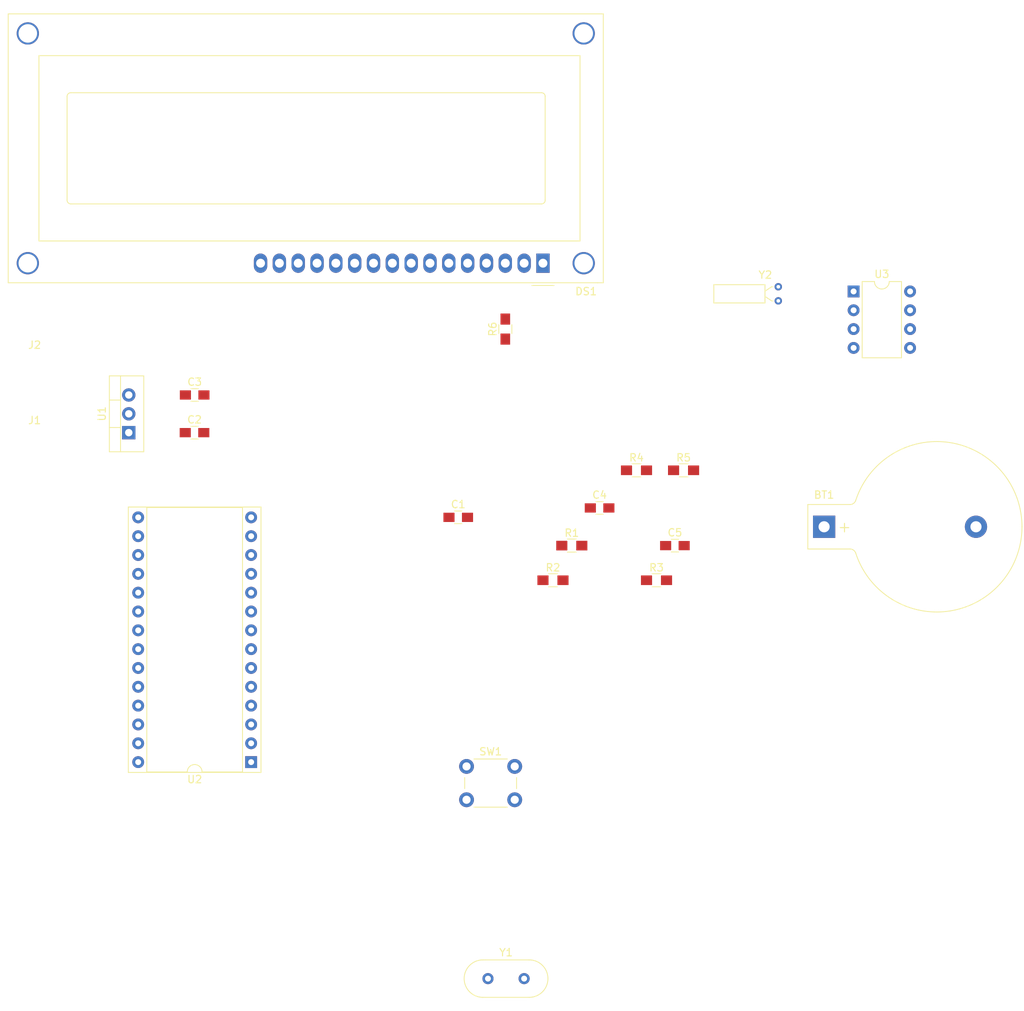
<source format=kicad_pcb>
(kicad_pcb (version 4) (host pcbnew 4.0.7)

  (general
    (links 51)
    (no_connects 51)
    (area 66.372381 26.595 225.125074 163.35)
    (thickness 1.6)
    (drawings 0)
    (tracks 0)
    (zones 0)
    (modules 21)
    (nets 39)
  )

  (page A4)
  (layers
    (0 F.Cu signal)
    (31 B.Cu signal)
    (32 B.Adhes user)
    (33 F.Adhes user)
    (34 B.Paste user)
    (35 F.Paste user)
    (36 B.SilkS user)
    (37 F.SilkS user)
    (38 B.Mask user)
    (39 F.Mask user)
    (40 Dwgs.User user)
    (41 Cmts.User user)
    (42 Eco1.User user)
    (43 Eco2.User user)
    (44 Edge.Cuts user)
    (45 Margin user)
    (46 B.CrtYd user)
    (47 F.CrtYd user)
    (48 B.Fab user)
    (49 F.Fab user)
  )

  (setup
    (last_trace_width 0.25)
    (trace_clearance 0.2)
    (zone_clearance 0.508)
    (zone_45_only no)
    (trace_min 0.2)
    (segment_width 0.2)
    (edge_width 0.15)
    (via_size 0.6)
    (via_drill 0.4)
    (via_min_size 0.4)
    (via_min_drill 0.3)
    (uvia_size 0.3)
    (uvia_drill 0.1)
    (uvias_allowed no)
    (uvia_min_size 0.2)
    (uvia_min_drill 0.1)
    (pcb_text_width 0.3)
    (pcb_text_size 1.5 1.5)
    (mod_edge_width 0.15)
    (mod_text_size 1 1)
    (mod_text_width 0.15)
    (pad_size 1.524 1.524)
    (pad_drill 0.762)
    (pad_to_mask_clearance 0.2)
    (aux_axis_origin 0 0)
    (visible_elements 7FFFFFFF)
    (pcbplotparams
      (layerselection 0x00030_80000001)
      (usegerberextensions false)
      (excludeedgelayer true)
      (linewidth 0.100000)
      (plotframeref false)
      (viasonmask false)
      (mode 1)
      (useauxorigin false)
      (hpglpennumber 1)
      (hpglpenspeed 20)
      (hpglpendiameter 15)
      (hpglpenoverlay 2)
      (psnegative false)
      (psa4output false)
      (plotreference true)
      (plotvalue true)
      (plotinvisibletext false)
      (padsonsilk false)
      (subtractmaskfromsilk false)
      (outputformat 1)
      (mirror false)
      (drillshape 1)
      (scaleselection 1)
      (outputdirectory ""))
  )

  (net 0 "")
  (net 1 GND)
  (net 2 +3V)
  (net 3 RESET)
  (net 4 +9V)
  (net 5 VCC)
  (net 6 "Net-(C4-Pad2)")
  (net 7 "Net-(C5-Pad2)")
  (net 8 "Net-(DS1-Pad3)")
  (net 9 "Net-(DS1-Pad4)")
  (net 10 "Net-(DS1-Pad6)")
  (net 11 "Net-(DS1-Pad7)")
  (net 12 "Net-(DS1-Pad8)")
  (net 13 "Net-(DS1-Pad9)")
  (net 14 "Net-(DS1-Pad10)")
  (net 15 "Net-(DS1-Pad11)")
  (net 16 "Net-(DS1-Pad12)")
  (net 17 "Net-(DS1-Pad13)")
  (net 18 "Net-(DS1-Pad14)")
  (net 19 "Net-(DS1-Pad15)")
  (net 20 "Net-(R2-Pad2)")
  (net 21 "Net-(R3-Pad2)")
  (net 22 "Net-(R5-Pad2)")
  (net 23 "Net-(U2-Pad15)")
  (net 24 "Net-(U2-Pad2)")
  (net 25 "Net-(U2-Pad16)")
  (net 26 "Net-(U2-Pad3)")
  (net 27 "Net-(U2-Pad17)")
  (net 28 "Net-(U2-Pad4)")
  (net 29 "Net-(U2-Pad18)")
  (net 30 "Net-(U2-Pad5)")
  (net 31 "Net-(U2-Pad19)")
  (net 32 "Net-(U2-Pad20)")
  (net 33 "Net-(U2-Pad21)")
  (net 34 "Net-(U2-Pad23)")
  (net 35 "Net-(U2-Pad24)")
  (net 36 "Net-(U2-Pad14)")
  (net 37 "Net-(U3-Pad1)")
  (net 38 "Net-(U3-Pad2)")

  (net_class Default "This is the default net class."
    (clearance 0.2)
    (trace_width 0.25)
    (via_dia 0.6)
    (via_drill 0.4)
    (uvia_dia 0.3)
    (uvia_drill 0.1)
    (add_net +3V)
    (add_net +9V)
    (add_net GND)
    (add_net "Net-(C4-Pad2)")
    (add_net "Net-(C5-Pad2)")
    (add_net "Net-(DS1-Pad10)")
    (add_net "Net-(DS1-Pad11)")
    (add_net "Net-(DS1-Pad12)")
    (add_net "Net-(DS1-Pad13)")
    (add_net "Net-(DS1-Pad14)")
    (add_net "Net-(DS1-Pad15)")
    (add_net "Net-(DS1-Pad3)")
    (add_net "Net-(DS1-Pad4)")
    (add_net "Net-(DS1-Pad6)")
    (add_net "Net-(DS1-Pad7)")
    (add_net "Net-(DS1-Pad8)")
    (add_net "Net-(DS1-Pad9)")
    (add_net "Net-(R2-Pad2)")
    (add_net "Net-(R3-Pad2)")
    (add_net "Net-(R5-Pad2)")
    (add_net "Net-(U2-Pad14)")
    (add_net "Net-(U2-Pad15)")
    (add_net "Net-(U2-Pad16)")
    (add_net "Net-(U2-Pad17)")
    (add_net "Net-(U2-Pad18)")
    (add_net "Net-(U2-Pad19)")
    (add_net "Net-(U2-Pad2)")
    (add_net "Net-(U2-Pad20)")
    (add_net "Net-(U2-Pad21)")
    (add_net "Net-(U2-Pad23)")
    (add_net "Net-(U2-Pad24)")
    (add_net "Net-(U2-Pad3)")
    (add_net "Net-(U2-Pad4)")
    (add_net "Net-(U2-Pad5)")
    (add_net "Net-(U3-Pad1)")
    (add_net "Net-(U3-Pad2)")
    (add_net RESET)
    (add_net VCC)
  )

  (module Battery_Holders:Keystone_103_1x20mm-CoinCell (layer F.Cu) (tedit 5787C32C) (tstamp 5AEEC212)
    (at 177.63 97.79)
    (descr http://www.keyelco.com/product-pdf.cfm?p=719)
    (tags "Keystone type 103 battery holder")
    (path /5AC22C95)
    (fp_text reference BT1 (at 0 -4.3) (layer F.SilkS)
      (effects (font (size 1 1) (thickness 0.15)))
    )
    (fp_text value Battery_Cell (at 15 13) (layer F.Fab)
      (effects (font (size 1 1) (thickness 0.15)))
    )
    (fp_text user + (at 2.75 0) (layer F.SilkS)
      (effects (font (size 1.5 1.5) (thickness 0.15)))
    )
    (fp_arc (start 15.2 0) (end 4.015 3.6) (angle -162.5) (layer F.CrtYd) (width 0.05))
    (fp_arc (start 15.2 0) (end 4.015 -3.6) (angle 162.5) (layer F.CrtYd) (width 0.05))
    (fp_arc (start 3.5 3.8) (end 3.5 3.25) (angle 70) (layer F.CrtYd) (width 0.05))
    (fp_arc (start 3.5 -3.8) (end 3.5 -3.25) (angle -70) (layer F.CrtYd) (width 0.05))
    (fp_arc (start 15.2 0) (end 4.25 3.5) (angle -162.5) (layer F.SilkS) (width 0.12))
    (fp_arc (start 3.5 3.8) (end 3.5 3) (angle 70) (layer F.SilkS) (width 0.12))
    (fp_arc (start 15.2 0) (end 4.25 -3.5) (angle 162.5) (layer F.SilkS) (width 0.12))
    (fp_arc (start 3.5 -3.8) (end 3.5 -3) (angle -70) (layer F.SilkS) (width 0.12))
    (fp_arc (start 3.5 3.8) (end 3.5 2.9) (angle 70) (layer F.Fab) (width 0.1))
    (fp_arc (start 15.2 0) (end 4.35 3.5) (angle -162.5) (layer F.Fab) (width 0.1))
    (fp_arc (start 15.2 0) (end 4.35 -3.5) (angle 162.5) (layer F.Fab) (width 0.1))
    (fp_arc (start 15.2 0) (end 5.2 1.3) (angle -180) (layer F.Fab) (width 0.1))
    (fp_line (start -2.45 -3.25) (end 3.5 -3.25) (layer F.CrtYd) (width 0.05))
    (fp_line (start -2.45 3.25) (end 3.5 3.25) (layer F.CrtYd) (width 0.05))
    (fp_line (start -2.45 3.25) (end -2.45 -3.25) (layer F.CrtYd) (width 0.05))
    (fp_line (start -2.2 -3) (end 3.5 -3) (layer F.SilkS) (width 0.12))
    (fp_line (start -2.2 3) (end -2.2 -3) (layer F.SilkS) (width 0.12))
    (fp_line (start -2.2 3) (end 3.5 3) (layer F.SilkS) (width 0.12))
    (fp_arc (start 15.2 0) (end 9 1.3) (angle -170) (layer F.Fab) (width 0.1))
    (fp_arc (start 15.2 0) (end 13.3 1.3) (angle -150) (layer F.Fab) (width 0.1))
    (fp_line (start 23.5712 7.7216) (end 22.6568 6.8834) (layer F.Fab) (width 0.1))
    (fp_line (start 23.5712 -7.7216) (end 22.6314 -6.858) (layer F.Fab) (width 0.1))
    (fp_arc (start 15.2 0) (end 13.3 -1.3) (angle 150) (layer F.Fab) (width 0.1))
    (fp_arc (start 15.2 0) (end 9 -1.3) (angle 170) (layer F.Fab) (width 0.1))
    (fp_arc (start 15.2 0) (end 5.2 -1.3) (angle 180) (layer F.Fab) (width 0.1))
    (fp_line (start 3.5306 -2.9) (end -1.7 -2.9) (layer F.Fab) (width 0.1))
    (fp_line (start -1.7 2.9) (end 3.5306 2.9) (layer F.Fab) (width 0.1))
    (fp_line (start -2.1 -2.5) (end -2.1 2.5) (layer F.Fab) (width 0.1))
    (fp_line (start 0 1.3) (end 16.2 1.3) (layer F.Fab) (width 0.1))
    (fp_line (start 16.2 -1.3) (end 0 -1.3) (layer F.Fab) (width 0.1))
    (fp_arc (start 3.5 -3.8) (end 3.5 -2.9) (angle -70) (layer F.Fab) (width 0.1))
    (fp_arc (start 16.2 0) (end 16.2 -1.3) (angle 180) (layer F.Fab) (width 0.1))
    (fp_line (start 0 -1.3) (end 0 1.3) (layer F.Fab) (width 0.1))
    (fp_arc (start -1.7 2.5) (end -2.1 2.5) (angle -90) (layer F.Fab) (width 0.1))
    (fp_arc (start -1.7 -2.5) (end -2.1 -2.5) (angle 90) (layer F.Fab) (width 0.1))
    (pad 2 thru_hole circle (at 20.49 0) (size 3 3) (drill 1.5) (layers *.Cu *.Mask)
      (net 1 GND))
    (pad 1 thru_hole rect (at 0 0) (size 3 3) (drill 1.5) (layers *.Cu *.Mask)
      (net 2 +3V))
    (model Battery_Holders.3dshapes/Keystone_103_1x20mm-CoinCell.wrl
      (at (xyz 0.6 0 0))
      (scale (xyz 1 1 1))
      (rotate (xyz 0 0 180))
    )
  )

  (module Capacitors_SMD:C_0805_HandSoldering (layer F.Cu) (tedit 58AA84A8) (tstamp 5AEEC223)
    (at 128.27 96.52)
    (descr "Capacitor SMD 0805, hand soldering")
    (tags "capacitor 0805")
    (path /5A9D7A4A)
    (attr smd)
    (fp_text reference C1 (at 0 -1.75) (layer F.SilkS)
      (effects (font (size 1 1) (thickness 0.15)))
    )
    (fp_text value 100nF (at 0 1.75) (layer F.Fab)
      (effects (font (size 1 1) (thickness 0.15)))
    )
    (fp_text user %R (at 0 -1.75) (layer F.Fab)
      (effects (font (size 1 1) (thickness 0.15)))
    )
    (fp_line (start -1 0.62) (end -1 -0.62) (layer F.Fab) (width 0.1))
    (fp_line (start 1 0.62) (end -1 0.62) (layer F.Fab) (width 0.1))
    (fp_line (start 1 -0.62) (end 1 0.62) (layer F.Fab) (width 0.1))
    (fp_line (start -1 -0.62) (end 1 -0.62) (layer F.Fab) (width 0.1))
    (fp_line (start 0.5 -0.85) (end -0.5 -0.85) (layer F.SilkS) (width 0.12))
    (fp_line (start -0.5 0.85) (end 0.5 0.85) (layer F.SilkS) (width 0.12))
    (fp_line (start -2.25 -0.88) (end 2.25 -0.88) (layer F.CrtYd) (width 0.05))
    (fp_line (start -2.25 -0.88) (end -2.25 0.87) (layer F.CrtYd) (width 0.05))
    (fp_line (start 2.25 0.87) (end 2.25 -0.88) (layer F.CrtYd) (width 0.05))
    (fp_line (start 2.25 0.87) (end -2.25 0.87) (layer F.CrtYd) (width 0.05))
    (pad 1 smd rect (at -1.25 0) (size 1.5 1.25) (layers F.Cu F.Paste F.Mask)
      (net 3 RESET))
    (pad 2 smd rect (at 1.25 0) (size 1.5 1.25) (layers F.Cu F.Paste F.Mask)
      (net 1 GND))
    (model Capacitors_SMD.3dshapes/C_0805.wrl
      (at (xyz 0 0 0))
      (scale (xyz 1 1 1))
      (rotate (xyz 0 0 0))
    )
  )

  (module Capacitors_SMD:C_0805_HandSoldering (layer F.Cu) (tedit 58AA84A8) (tstamp 5AEEC234)
    (at 92.69 85.09)
    (descr "Capacitor SMD 0805, hand soldering")
    (tags "capacitor 0805")
    (path /5A9D747D)
    (attr smd)
    (fp_text reference C2 (at 0 -1.75) (layer F.SilkS)
      (effects (font (size 1 1) (thickness 0.15)))
    )
    (fp_text value 100nF (at 0 1.75) (layer F.Fab)
      (effects (font (size 1 1) (thickness 0.15)))
    )
    (fp_text user %R (at 0 -1.75) (layer F.Fab)
      (effects (font (size 1 1) (thickness 0.15)))
    )
    (fp_line (start -1 0.62) (end -1 -0.62) (layer F.Fab) (width 0.1))
    (fp_line (start 1 0.62) (end -1 0.62) (layer F.Fab) (width 0.1))
    (fp_line (start 1 -0.62) (end 1 0.62) (layer F.Fab) (width 0.1))
    (fp_line (start -1 -0.62) (end 1 -0.62) (layer F.Fab) (width 0.1))
    (fp_line (start 0.5 -0.85) (end -0.5 -0.85) (layer F.SilkS) (width 0.12))
    (fp_line (start -0.5 0.85) (end 0.5 0.85) (layer F.SilkS) (width 0.12))
    (fp_line (start -2.25 -0.88) (end 2.25 -0.88) (layer F.CrtYd) (width 0.05))
    (fp_line (start -2.25 -0.88) (end -2.25 0.87) (layer F.CrtYd) (width 0.05))
    (fp_line (start 2.25 0.87) (end 2.25 -0.88) (layer F.CrtYd) (width 0.05))
    (fp_line (start 2.25 0.87) (end -2.25 0.87) (layer F.CrtYd) (width 0.05))
    (pad 1 smd rect (at -1.25 0) (size 1.5 1.25) (layers F.Cu F.Paste F.Mask)
      (net 4 +9V))
    (pad 2 smd rect (at 1.25 0) (size 1.5 1.25) (layers F.Cu F.Paste F.Mask)
      (net 1 GND))
    (model Capacitors_SMD.3dshapes/C_0805.wrl
      (at (xyz 0 0 0))
      (scale (xyz 1 1 1))
      (rotate (xyz 0 0 0))
    )
  )

  (module Capacitors_SMD:C_0805_HandSoldering (layer F.Cu) (tedit 58AA84A8) (tstamp 5AEEC245)
    (at 92.71 80.01)
    (descr "Capacitor SMD 0805, hand soldering")
    (tags "capacitor 0805")
    (path /5A9D74E5)
    (attr smd)
    (fp_text reference C3 (at 0 -1.75) (layer F.SilkS)
      (effects (font (size 1 1) (thickness 0.15)))
    )
    (fp_text value 100nF (at 0 1.75) (layer F.Fab)
      (effects (font (size 1 1) (thickness 0.15)))
    )
    (fp_text user %R (at 0 -1.75) (layer F.Fab)
      (effects (font (size 1 1) (thickness 0.15)))
    )
    (fp_line (start -1 0.62) (end -1 -0.62) (layer F.Fab) (width 0.1))
    (fp_line (start 1 0.62) (end -1 0.62) (layer F.Fab) (width 0.1))
    (fp_line (start 1 -0.62) (end 1 0.62) (layer F.Fab) (width 0.1))
    (fp_line (start -1 -0.62) (end 1 -0.62) (layer F.Fab) (width 0.1))
    (fp_line (start 0.5 -0.85) (end -0.5 -0.85) (layer F.SilkS) (width 0.12))
    (fp_line (start -0.5 0.85) (end 0.5 0.85) (layer F.SilkS) (width 0.12))
    (fp_line (start -2.25 -0.88) (end 2.25 -0.88) (layer F.CrtYd) (width 0.05))
    (fp_line (start -2.25 -0.88) (end -2.25 0.87) (layer F.CrtYd) (width 0.05))
    (fp_line (start 2.25 0.87) (end 2.25 -0.88) (layer F.CrtYd) (width 0.05))
    (fp_line (start 2.25 0.87) (end -2.25 0.87) (layer F.CrtYd) (width 0.05))
    (pad 1 smd rect (at -1.25 0) (size 1.5 1.25) (layers F.Cu F.Paste F.Mask)
      (net 5 VCC))
    (pad 2 smd rect (at 1.25 0) (size 1.5 1.25) (layers F.Cu F.Paste F.Mask)
      (net 1 GND))
    (model Capacitors_SMD.3dshapes/C_0805.wrl
      (at (xyz 0 0 0))
      (scale (xyz 1 1 1))
      (rotate (xyz 0 0 0))
    )
  )

  (module Capacitors_SMD:C_0805_HandSoldering (layer F.Cu) (tedit 58AA84A8) (tstamp 5AEEC256)
    (at 147.34 95.25)
    (descr "Capacitor SMD 0805, hand soldering")
    (tags "capacitor 0805")
    (path /5A9D5A17)
    (attr smd)
    (fp_text reference C4 (at 0 -1.75) (layer F.SilkS)
      (effects (font (size 1 1) (thickness 0.15)))
    )
    (fp_text value 22pF (at 0 1.75) (layer F.Fab)
      (effects (font (size 1 1) (thickness 0.15)))
    )
    (fp_text user %R (at 0 -1.75) (layer F.Fab)
      (effects (font (size 1 1) (thickness 0.15)))
    )
    (fp_line (start -1 0.62) (end -1 -0.62) (layer F.Fab) (width 0.1))
    (fp_line (start 1 0.62) (end -1 0.62) (layer F.Fab) (width 0.1))
    (fp_line (start 1 -0.62) (end 1 0.62) (layer F.Fab) (width 0.1))
    (fp_line (start -1 -0.62) (end 1 -0.62) (layer F.Fab) (width 0.1))
    (fp_line (start 0.5 -0.85) (end -0.5 -0.85) (layer F.SilkS) (width 0.12))
    (fp_line (start -0.5 0.85) (end 0.5 0.85) (layer F.SilkS) (width 0.12))
    (fp_line (start -2.25 -0.88) (end 2.25 -0.88) (layer F.CrtYd) (width 0.05))
    (fp_line (start -2.25 -0.88) (end -2.25 0.87) (layer F.CrtYd) (width 0.05))
    (fp_line (start 2.25 0.87) (end 2.25 -0.88) (layer F.CrtYd) (width 0.05))
    (fp_line (start 2.25 0.87) (end -2.25 0.87) (layer F.CrtYd) (width 0.05))
    (pad 1 smd rect (at -1.25 0) (size 1.5 1.25) (layers F.Cu F.Paste F.Mask)
      (net 1 GND))
    (pad 2 smd rect (at 1.25 0) (size 1.5 1.25) (layers F.Cu F.Paste F.Mask)
      (net 6 "Net-(C4-Pad2)"))
    (model Capacitors_SMD.3dshapes/C_0805.wrl
      (at (xyz 0 0 0))
      (scale (xyz 1 1 1))
      (rotate (xyz 0 0 0))
    )
  )

  (module Capacitors_SMD:C_0805_HandSoldering (layer F.Cu) (tedit 58AA84A8) (tstamp 5AEEC267)
    (at 157.5 100.33)
    (descr "Capacitor SMD 0805, hand soldering")
    (tags "capacitor 0805")
    (path /5A9D5B70)
    (attr smd)
    (fp_text reference C5 (at 0 -1.75) (layer F.SilkS)
      (effects (font (size 1 1) (thickness 0.15)))
    )
    (fp_text value 22pF (at 0 1.75) (layer F.Fab)
      (effects (font (size 1 1) (thickness 0.15)))
    )
    (fp_text user %R (at 0 -1.75) (layer F.Fab)
      (effects (font (size 1 1) (thickness 0.15)))
    )
    (fp_line (start -1 0.62) (end -1 -0.62) (layer F.Fab) (width 0.1))
    (fp_line (start 1 0.62) (end -1 0.62) (layer F.Fab) (width 0.1))
    (fp_line (start 1 -0.62) (end 1 0.62) (layer F.Fab) (width 0.1))
    (fp_line (start -1 -0.62) (end 1 -0.62) (layer F.Fab) (width 0.1))
    (fp_line (start 0.5 -0.85) (end -0.5 -0.85) (layer F.SilkS) (width 0.12))
    (fp_line (start -0.5 0.85) (end 0.5 0.85) (layer F.SilkS) (width 0.12))
    (fp_line (start -2.25 -0.88) (end 2.25 -0.88) (layer F.CrtYd) (width 0.05))
    (fp_line (start -2.25 -0.88) (end -2.25 0.87) (layer F.CrtYd) (width 0.05))
    (fp_line (start 2.25 0.87) (end 2.25 -0.88) (layer F.CrtYd) (width 0.05))
    (fp_line (start 2.25 0.87) (end -2.25 0.87) (layer F.CrtYd) (width 0.05))
    (pad 1 smd rect (at -1.25 0) (size 1.5 1.25) (layers F.Cu F.Paste F.Mask)
      (net 1 GND))
    (pad 2 smd rect (at 1.25 0) (size 1.5 1.25) (layers F.Cu F.Paste F.Mask)
      (net 7 "Net-(C5-Pad2)"))
    (model Capacitors_SMD.3dshapes/C_0805.wrl
      (at (xyz 0 0 0))
      (scale (xyz 1 1 1))
      (rotate (xyz 0 0 0))
    )
  )

  (module Displays:WC1602A (layer F.Cu) (tedit 5958D986) (tstamp 5AEEC29D)
    (at 139.7 62.23 180)
    (descr "LCD 16x2 http://www.wincomlcd.com/pdf/WC1602A-SFYLYHTC06.pdf")
    (tags "LCD 16x2 Alphanumeric 16pin")
    (path /5A9D92D0)
    (fp_text reference DS1 (at -5.82 -3.81 180) (layer F.SilkS)
      (effects (font (size 1 1) (thickness 0.15)))
    )
    (fp_text value WC1602A (at -4.31 34.66 180) (layer F.Fab)
      (effects (font (size 1 1) (thickness 0.15)))
    )
    (fp_line (start -8.14 33.64) (end 72.14 33.64) (layer F.SilkS) (width 0.12))
    (fp_line (start 72.14 33.64) (end 72.14 -2.64) (layer F.SilkS) (width 0.12))
    (fp_line (start 72.14 -2.64) (end -7.34 -2.64) (layer F.SilkS) (width 0.12))
    (fp_line (start -8.14 -2.64) (end -8.14 33.64) (layer F.SilkS) (width 0.12))
    (fp_line (start -8.13 -2.64) (end -7.34 -2.64) (layer F.SilkS) (width 0.12))
    (fp_line (start -8.25 -2.75) (end -8.25 33.75) (layer F.CrtYd) (width 0.05))
    (fp_line (start -8.25 33.75) (end 72.25 33.75) (layer F.CrtYd) (width 0.05))
    (fp_line (start 72.25 -2.75) (end 72.25 33.75) (layer F.CrtYd) (width 0.05))
    (fp_line (start -1.5 -3) (end 1.5 -3) (layer F.SilkS) (width 0.12))
    (fp_line (start -8.25 -2.75) (end 72.25 -2.75) (layer F.CrtYd) (width 0.05))
    (fp_line (start 1 -2.5) (end 0 -1.5) (layer F.Fab) (width 0.1))
    (fp_line (start 0 -1.5) (end -1 -2.5) (layer F.Fab) (width 0.1))
    (fp_line (start -1 -2.5) (end -8 -2.5) (layer F.Fab) (width 0.1))
    (fp_text user %R (at 30.37 14.74 180) (layer F.Fab)
      (effects (font (size 1 1) (thickness 0.1)))
    )
    (fp_line (start 0.2 8) (end 63.7 8) (layer F.SilkS) (width 0.12))
    (fp_line (start -0.29972 22.49932) (end -0.29972 8.5) (layer F.SilkS) (width 0.12))
    (fp_line (start 63.70066 23) (end 0.2 23) (layer F.SilkS) (width 0.12))
    (fp_line (start 64.2 8.5) (end 64.2 22.5) (layer F.SilkS) (width 0.12))
    (fp_arc (start 63.7 8.5) (end 63.7 8) (angle 90) (layer F.SilkS) (width 0.12))
    (fp_arc (start 63.70066 22.49932) (end 64.20104 22.49932) (angle 90) (layer F.SilkS) (width 0.12))
    (fp_arc (start 0.20066 22.49932) (end 0.20066 22.9997) (angle 90) (layer F.SilkS) (width 0.12))
    (fp_arc (start 0.20066 8.49884) (end -0.29972 8.49884) (angle 90) (layer F.SilkS) (width 0.12))
    (fp_line (start -5 3) (end 68 3) (layer F.SilkS) (width 0.12))
    (fp_line (start 68 3) (end 68 28) (layer F.SilkS) (width 0.12))
    (fp_line (start 68 28) (end -5 28) (layer F.SilkS) (width 0.12))
    (fp_line (start -5 28) (end -5 3) (layer F.SilkS) (width 0.12))
    (fp_line (start 1 -2.5) (end 72 -2.5) (layer F.Fab) (width 0.1))
    (fp_line (start 72 -2.5) (end 72 33.5) (layer F.Fab) (width 0.1))
    (fp_line (start 72 33.5) (end -8 33.5) (layer F.Fab) (width 0.1))
    (fp_line (start -8 33.5) (end -8 -2.5) (layer F.Fab) (width 0.1))
    (pad 1 thru_hole rect (at 0 0 180) (size 1.8 2.6) (drill 1.2) (layers *.Cu *.Mask)
      (net 1 GND))
    (pad 2 thru_hole oval (at 2.54 0 180) (size 1.8 2.6) (drill 1.2) (layers *.Cu *.Mask)
      (net 5 VCC))
    (pad 3 thru_hole oval (at 5.08 0 180) (size 1.8 2.6) (drill 1.2) (layers *.Cu *.Mask)
      (net 8 "Net-(DS1-Pad3)"))
    (pad 4 thru_hole oval (at 7.62 0 180) (size 1.8 2.6) (drill 1.2) (layers *.Cu *.Mask)
      (net 9 "Net-(DS1-Pad4)"))
    (pad 5 thru_hole oval (at 10.16 0 180) (size 1.8 2.6) (drill 1.2) (layers *.Cu *.Mask)
      (net 1 GND))
    (pad 6 thru_hole oval (at 12.7 0 180) (size 1.8 2.6) (drill 1.2) (layers *.Cu *.Mask)
      (net 10 "Net-(DS1-Pad6)"))
    (pad 7 thru_hole oval (at 15.24 0 180) (size 1.8 2.6) (drill 1.2) (layers *.Cu *.Mask)
      (net 11 "Net-(DS1-Pad7)"))
    (pad 8 thru_hole oval (at 17.78 0 180) (size 1.8 2.6) (drill 1.2) (layers *.Cu *.Mask)
      (net 12 "Net-(DS1-Pad8)"))
    (pad 9 thru_hole oval (at 20.32 0 180) (size 1.8 2.6) (drill 1.2) (layers *.Cu *.Mask)
      (net 13 "Net-(DS1-Pad9)"))
    (pad 10 thru_hole oval (at 22.86 0 180) (size 1.8 2.6) (drill 1.2) (layers *.Cu *.Mask)
      (net 14 "Net-(DS1-Pad10)"))
    (pad 11 thru_hole oval (at 25.4 0 180) (size 1.8 2.6) (drill 1.2) (layers *.Cu *.Mask)
      (net 15 "Net-(DS1-Pad11)"))
    (pad 12 thru_hole oval (at 27.94 0 180) (size 1.8 2.6) (drill 1.2) (layers *.Cu *.Mask)
      (net 16 "Net-(DS1-Pad12)"))
    (pad 13 thru_hole oval (at 30.48 0 180) (size 1.8 2.6) (drill 1.2) (layers *.Cu *.Mask)
      (net 17 "Net-(DS1-Pad13)"))
    (pad 14 thru_hole oval (at 33.02 0 180) (size 1.8 2.6) (drill 1.2) (layers *.Cu *.Mask)
      (net 18 "Net-(DS1-Pad14)"))
    (pad 15 thru_hole oval (at 35.56 0 180) (size 1.8 2.6) (drill 1.2) (layers *.Cu *.Mask)
      (net 19 "Net-(DS1-Pad15)"))
    (pad 16 thru_hole oval (at 38.1 0 180) (size 1.8 2.6) (drill 1.2) (layers *.Cu *.Mask)
      (net 1 GND))
    (pad "" thru_hole circle (at -5.4991 0 180) (size 3 3) (drill 2.5) (layers *.Cu *.Mask))
    (pad "" thru_hole circle (at -5.4991 31.0007 180) (size 3 3) (drill 2.5) (layers *.Cu *.Mask))
    (pad "" thru_hole circle (at 69.49948 31.0007 180) (size 3 3) (drill 2.5) (layers *.Cu *.Mask))
    (pad "" thru_hole circle (at 69.5 0 180) (size 3 3) (drill 2.5) (layers *.Cu *.Mask))
    (model ${KISYS3DMOD}/Displays.3dshapes/WC1602A.wrl
      (at (xyz 0 0 0))
      (scale (xyz 1 1 1))
      (rotate (xyz 0 0 0))
    )
  )

  (module Mounting_Holes:MountingHole_3.2mm_M3 (layer F.Cu) (tedit 56D1B4CB) (tstamp 5AEEC2A5)
    (at 71.12 87.63)
    (descr "Mounting Hole 3.2mm, no annular, M3")
    (tags "mounting hole 3.2mm no annular m3")
    (path /5AEEBDEE)
    (attr virtual)
    (fp_text reference J1 (at 0 -4.2) (layer F.SilkS)
      (effects (font (size 1 1) (thickness 0.15)))
    )
    (fp_text value Conn_01x01 (at 0 4.2) (layer F.Fab)
      (effects (font (size 1 1) (thickness 0.15)))
    )
    (fp_text user %R (at 0.3 0) (layer F.Fab)
      (effects (font (size 1 1) (thickness 0.15)))
    )
    (fp_circle (center 0 0) (end 3.2 0) (layer Cmts.User) (width 0.15))
    (fp_circle (center 0 0) (end 3.45 0) (layer F.CrtYd) (width 0.05))
    (pad 1 np_thru_hole circle (at 0 0) (size 3.2 3.2) (drill 3.2) (layers *.Cu *.Mask)
      (net 4 +9V))
  )

  (module Mounting_Holes:MountingHole_3.2mm_M3 (layer F.Cu) (tedit 56D1B4CB) (tstamp 5AEEC2AD)
    (at 71.12 77.47)
    (descr "Mounting Hole 3.2mm, no annular, M3")
    (tags "mounting hole 3.2mm no annular m3")
    (path /5AEEBE4B)
    (attr virtual)
    (fp_text reference J2 (at 0 -4.2) (layer F.SilkS)
      (effects (font (size 1 1) (thickness 0.15)))
    )
    (fp_text value Conn_01x01 (at 0 4.2) (layer F.Fab)
      (effects (font (size 1 1) (thickness 0.15)))
    )
    (fp_text user %R (at 0.3 0) (layer F.Fab)
      (effects (font (size 1 1) (thickness 0.15)))
    )
    (fp_circle (center 0 0) (end 3.2 0) (layer Cmts.User) (width 0.15))
    (fp_circle (center 0 0) (end 3.45 0) (layer F.CrtYd) (width 0.05))
    (pad 1 np_thru_hole circle (at 0 0) (size 3.2 3.2) (drill 3.2) (layers *.Cu *.Mask)
      (net 1 GND))
  )

  (module Resistors_SMD:R_0805_HandSoldering (layer F.Cu) (tedit 58E0A804) (tstamp 5AEEC2BE)
    (at 143.59 100.33)
    (descr "Resistor SMD 0805, hand soldering")
    (tags "resistor 0805")
    (path /5A9D7BD1)
    (attr smd)
    (fp_text reference R1 (at 0 -1.7) (layer F.SilkS)
      (effects (font (size 1 1) (thickness 0.15)))
    )
    (fp_text value 10k (at 0 1.75) (layer F.Fab)
      (effects (font (size 1 1) (thickness 0.15)))
    )
    (fp_text user %R (at 0 0) (layer F.Fab)
      (effects (font (size 0.5 0.5) (thickness 0.075)))
    )
    (fp_line (start -1 0.62) (end -1 -0.62) (layer F.Fab) (width 0.1))
    (fp_line (start 1 0.62) (end -1 0.62) (layer F.Fab) (width 0.1))
    (fp_line (start 1 -0.62) (end 1 0.62) (layer F.Fab) (width 0.1))
    (fp_line (start -1 -0.62) (end 1 -0.62) (layer F.Fab) (width 0.1))
    (fp_line (start 0.6 0.88) (end -0.6 0.88) (layer F.SilkS) (width 0.12))
    (fp_line (start -0.6 -0.88) (end 0.6 -0.88) (layer F.SilkS) (width 0.12))
    (fp_line (start -2.35 -0.9) (end 2.35 -0.9) (layer F.CrtYd) (width 0.05))
    (fp_line (start -2.35 -0.9) (end -2.35 0.9) (layer F.CrtYd) (width 0.05))
    (fp_line (start 2.35 0.9) (end 2.35 -0.9) (layer F.CrtYd) (width 0.05))
    (fp_line (start 2.35 0.9) (end -2.35 0.9) (layer F.CrtYd) (width 0.05))
    (pad 1 smd rect (at -1.35 0) (size 1.5 1.3) (layers F.Cu F.Paste F.Mask)
      (net 5 VCC))
    (pad 2 smd rect (at 1.35 0) (size 1.5 1.3) (layers F.Cu F.Paste F.Mask)
      (net 3 RESET))
    (model ${KISYS3DMOD}/Resistors_SMD.3dshapes/R_0805.wrl
      (at (xyz 0 0 0))
      (scale (xyz 1 1 1))
      (rotate (xyz 0 0 0))
    )
  )

  (module Resistors_SMD:R_0805_HandSoldering (layer F.Cu) (tedit 58E0A804) (tstamp 5AEEC2CF)
    (at 141.05 105.0036)
    (descr "Resistor SMD 0805, hand soldering")
    (tags "resistor 0805")
    (path /5A9D5EA3)
    (attr smd)
    (fp_text reference R2 (at 0 -1.7) (layer F.SilkS)
      (effects (font (size 1 1) (thickness 0.15)))
    )
    (fp_text value 10k (at 0 1.75) (layer F.Fab)
      (effects (font (size 1 1) (thickness 0.15)))
    )
    (fp_text user %R (at 0 0) (layer F.Fab)
      (effects (font (size 0.5 0.5) (thickness 0.075)))
    )
    (fp_line (start -1 0.62) (end -1 -0.62) (layer F.Fab) (width 0.1))
    (fp_line (start 1 0.62) (end -1 0.62) (layer F.Fab) (width 0.1))
    (fp_line (start 1 -0.62) (end 1 0.62) (layer F.Fab) (width 0.1))
    (fp_line (start -1 -0.62) (end 1 -0.62) (layer F.Fab) (width 0.1))
    (fp_line (start 0.6 0.88) (end -0.6 0.88) (layer F.SilkS) (width 0.12))
    (fp_line (start -0.6 -0.88) (end 0.6 -0.88) (layer F.SilkS) (width 0.12))
    (fp_line (start -2.35 -0.9) (end 2.35 -0.9) (layer F.CrtYd) (width 0.05))
    (fp_line (start -2.35 -0.9) (end -2.35 0.9) (layer F.CrtYd) (width 0.05))
    (fp_line (start 2.35 0.9) (end 2.35 -0.9) (layer F.CrtYd) (width 0.05))
    (fp_line (start 2.35 0.9) (end -2.35 0.9) (layer F.CrtYd) (width 0.05))
    (pad 1 smd rect (at -1.35 0) (size 1.5 1.3) (layers F.Cu F.Paste F.Mask)
      (net 5 VCC))
    (pad 2 smd rect (at 1.35 0) (size 1.5 1.3) (layers F.Cu F.Paste F.Mask)
      (net 20 "Net-(R2-Pad2)"))
    (model ${KISYS3DMOD}/Resistors_SMD.3dshapes/R_0805.wrl
      (at (xyz 0 0 0))
      (scale (xyz 1 1 1))
      (rotate (xyz 0 0 0))
    )
  )

  (module Resistors_SMD:R_0805_HandSoldering (layer F.Cu) (tedit 58E0A804) (tstamp 5AEEC2E0)
    (at 155.02 105.0036)
    (descr "Resistor SMD 0805, hand soldering")
    (tags "resistor 0805")
    (path /5A9D5E48)
    (attr smd)
    (fp_text reference R3 (at 0 -1.7) (layer F.SilkS)
      (effects (font (size 1 1) (thickness 0.15)))
    )
    (fp_text value 10k (at 0 1.75) (layer F.Fab)
      (effects (font (size 1 1) (thickness 0.15)))
    )
    (fp_text user %R (at 0 0) (layer F.Fab)
      (effects (font (size 0.5 0.5) (thickness 0.075)))
    )
    (fp_line (start -1 0.62) (end -1 -0.62) (layer F.Fab) (width 0.1))
    (fp_line (start 1 0.62) (end -1 0.62) (layer F.Fab) (width 0.1))
    (fp_line (start 1 -0.62) (end 1 0.62) (layer F.Fab) (width 0.1))
    (fp_line (start -1 -0.62) (end 1 -0.62) (layer F.Fab) (width 0.1))
    (fp_line (start 0.6 0.88) (end -0.6 0.88) (layer F.SilkS) (width 0.12))
    (fp_line (start -0.6 -0.88) (end 0.6 -0.88) (layer F.SilkS) (width 0.12))
    (fp_line (start -2.35 -0.9) (end 2.35 -0.9) (layer F.CrtYd) (width 0.05))
    (fp_line (start -2.35 -0.9) (end -2.35 0.9) (layer F.CrtYd) (width 0.05))
    (fp_line (start 2.35 0.9) (end 2.35 -0.9) (layer F.CrtYd) (width 0.05))
    (fp_line (start 2.35 0.9) (end -2.35 0.9) (layer F.CrtYd) (width 0.05))
    (pad 1 smd rect (at -1.35 0) (size 1.5 1.3) (layers F.Cu F.Paste F.Mask)
      (net 5 VCC))
    (pad 2 smd rect (at 1.35 0) (size 1.5 1.3) (layers F.Cu F.Paste F.Mask)
      (net 21 "Net-(R3-Pad2)"))
    (model ${KISYS3DMOD}/Resistors_SMD.3dshapes/R_0805.wrl
      (at (xyz 0 0 0))
      (scale (xyz 1 1 1))
      (rotate (xyz 0 0 0))
    )
  )

  (module Resistors_SMD:R_0805_HandSoldering (layer F.Cu) (tedit 58E0A804) (tstamp 5AEEC2F1)
    (at 152.32 90.17)
    (descr "Resistor SMD 0805, hand soldering")
    (tags "resistor 0805")
    (path /5AA0F62F)
    (attr smd)
    (fp_text reference R4 (at 0 -1.7) (layer F.SilkS)
      (effects (font (size 1 1) (thickness 0.15)))
    )
    (fp_text value 330 (at 0 1.75) (layer F.Fab)
      (effects (font (size 1 1) (thickness 0.15)))
    )
    (fp_text user %R (at 0 0) (layer F.Fab)
      (effects (font (size 0.5 0.5) (thickness 0.075)))
    )
    (fp_line (start -1 0.62) (end -1 -0.62) (layer F.Fab) (width 0.1))
    (fp_line (start 1 0.62) (end -1 0.62) (layer F.Fab) (width 0.1))
    (fp_line (start 1 -0.62) (end 1 0.62) (layer F.Fab) (width 0.1))
    (fp_line (start -1 -0.62) (end 1 -0.62) (layer F.Fab) (width 0.1))
    (fp_line (start 0.6 0.88) (end -0.6 0.88) (layer F.SilkS) (width 0.12))
    (fp_line (start -0.6 -0.88) (end 0.6 -0.88) (layer F.SilkS) (width 0.12))
    (fp_line (start -2.35 -0.9) (end 2.35 -0.9) (layer F.CrtYd) (width 0.05))
    (fp_line (start -2.35 -0.9) (end -2.35 0.9) (layer F.CrtYd) (width 0.05))
    (fp_line (start 2.35 0.9) (end 2.35 -0.9) (layer F.CrtYd) (width 0.05))
    (fp_line (start 2.35 0.9) (end -2.35 0.9) (layer F.CrtYd) (width 0.05))
    (pad 1 smd rect (at -1.35 0) (size 1.5 1.3) (layers F.Cu F.Paste F.Mask)
      (net 5 VCC))
    (pad 2 smd rect (at 1.35 0) (size 1.5 1.3) (layers F.Cu F.Paste F.Mask)
      (net 19 "Net-(DS1-Pad15)"))
    (model ${KISYS3DMOD}/Resistors_SMD.3dshapes/R_0805.wrl
      (at (xyz 0 0 0))
      (scale (xyz 1 1 1))
      (rotate (xyz 0 0 0))
    )
  )

  (module Resistors_SMD:R_0805_HandSoldering (layer F.Cu) (tedit 58E0A804) (tstamp 5AEEC302)
    (at 158.67 90.17)
    (descr "Resistor SMD 0805, hand soldering")
    (tags "resistor 0805")
    (path /5A9ED216)
    (attr smd)
    (fp_text reference R5 (at 0 -1.7) (layer F.SilkS)
      (effects (font (size 1 1) (thickness 0.15)))
    )
    (fp_text value 10k (at 0 1.75) (layer F.Fab)
      (effects (font (size 1 1) (thickness 0.15)))
    )
    (fp_text user %R (at 0 0) (layer F.Fab)
      (effects (font (size 0.5 0.5) (thickness 0.075)))
    )
    (fp_line (start -1 0.62) (end -1 -0.62) (layer F.Fab) (width 0.1))
    (fp_line (start 1 0.62) (end -1 0.62) (layer F.Fab) (width 0.1))
    (fp_line (start 1 -0.62) (end 1 0.62) (layer F.Fab) (width 0.1))
    (fp_line (start -1 -0.62) (end 1 -0.62) (layer F.Fab) (width 0.1))
    (fp_line (start 0.6 0.88) (end -0.6 0.88) (layer F.SilkS) (width 0.12))
    (fp_line (start -0.6 -0.88) (end 0.6 -0.88) (layer F.SilkS) (width 0.12))
    (fp_line (start -2.35 -0.9) (end 2.35 -0.9) (layer F.CrtYd) (width 0.05))
    (fp_line (start -2.35 -0.9) (end -2.35 0.9) (layer F.CrtYd) (width 0.05))
    (fp_line (start 2.35 0.9) (end 2.35 -0.9) (layer F.CrtYd) (width 0.05))
    (fp_line (start 2.35 0.9) (end -2.35 0.9) (layer F.CrtYd) (width 0.05))
    (pad 1 smd rect (at -1.35 0) (size 1.5 1.3) (layers F.Cu F.Paste F.Mask)
      (net 5 VCC))
    (pad 2 smd rect (at 1.35 0) (size 1.5 1.3) (layers F.Cu F.Paste F.Mask)
      (net 22 "Net-(R5-Pad2)"))
    (model ${KISYS3DMOD}/Resistors_SMD.3dshapes/R_0805.wrl
      (at (xyz 0 0 0))
      (scale (xyz 1 1 1))
      (rotate (xyz 0 0 0))
    )
  )

  (module Buttons_Switches_THT:SW_PUSH_6mm_h5mm (layer F.Cu) (tedit 5923F252) (tstamp 5AEEC344)
    (at 129.39 130.12)
    (descr "tactile push button, 6x6mm e.g. PHAP33xx series, height=5mm")
    (tags "tact sw push 6mm")
    (path /5A9D7AC9)
    (fp_text reference SW1 (at 3.25 -2) (layer F.SilkS)
      (effects (font (size 1 1) (thickness 0.15)))
    )
    (fp_text value Reset (at 3.8989 6.7) (layer F.Fab)
      (effects (font (size 1 1) (thickness 0.15)))
    )
    (fp_text user %R (at 3.25 2.25) (layer F.Fab)
      (effects (font (size 1 1) (thickness 0.15)))
    )
    (fp_line (start 3.25 -0.75) (end 6.25 -0.75) (layer F.Fab) (width 0.1))
    (fp_line (start 6.25 -0.75) (end 6.25 5.25) (layer F.Fab) (width 0.1))
    (fp_line (start 6.25 5.25) (end 0.25 5.25) (layer F.Fab) (width 0.1))
    (fp_line (start 0.25 5.25) (end 0.25 -0.75) (layer F.Fab) (width 0.1))
    (fp_line (start 0.25 -0.75) (end 3.25 -0.75) (layer F.Fab) (width 0.1))
    (fp_line (start 7.75 6) (end 8 6) (layer F.CrtYd) (width 0.05))
    (fp_line (start 8 6) (end 8 5.75) (layer F.CrtYd) (width 0.05))
    (fp_line (start 7.75 -1.5) (end 8 -1.5) (layer F.CrtYd) (width 0.05))
    (fp_line (start 8 -1.5) (end 8 -1.25) (layer F.CrtYd) (width 0.05))
    (fp_line (start -1.5 -1.25) (end -1.5 -1.5) (layer F.CrtYd) (width 0.05))
    (fp_line (start -1.5 -1.5) (end -1.25 -1.5) (layer F.CrtYd) (width 0.05))
    (fp_line (start -1.5 5.75) (end -1.5 6) (layer F.CrtYd) (width 0.05))
    (fp_line (start -1.5 6) (end -1.25 6) (layer F.CrtYd) (width 0.05))
    (fp_line (start -1.25 -1.5) (end 7.75 -1.5) (layer F.CrtYd) (width 0.05))
    (fp_line (start -1.5 5.75) (end -1.5 -1.25) (layer F.CrtYd) (width 0.05))
    (fp_line (start 7.75 6) (end -1.25 6) (layer F.CrtYd) (width 0.05))
    (fp_line (start 8 -1.25) (end 8 5.75) (layer F.CrtYd) (width 0.05))
    (fp_line (start 1 5.5) (end 5.5 5.5) (layer F.SilkS) (width 0.12))
    (fp_line (start -0.25 1.5) (end -0.25 3) (layer F.SilkS) (width 0.12))
    (fp_line (start 5.5 -1) (end 1 -1) (layer F.SilkS) (width 0.12))
    (fp_line (start 6.75 3) (end 6.75 1.5) (layer F.SilkS) (width 0.12))
    (fp_circle (center 3.25 2.25) (end 1.25 2.5) (layer F.Fab) (width 0.1))
    (pad 2 thru_hole circle (at 0 4.5 90) (size 2 2) (drill 1.1) (layers *.Cu *.Mask)
      (net 3 RESET))
    (pad 1 thru_hole circle (at 0 0 90) (size 2 2) (drill 1.1) (layers *.Cu *.Mask)
      (net 1 GND))
    (pad 2 thru_hole circle (at 6.5 4.5 90) (size 2 2) (drill 1.1) (layers *.Cu *.Mask)
      (net 3 RESET))
    (pad 1 thru_hole circle (at 6.5 0 90) (size 2 2) (drill 1.1) (layers *.Cu *.Mask)
      (net 1 GND))
    (model ${KISYS3DMOD}/Buttons_Switches_THT.3dshapes/SW_PUSH_6mm_h5mm.wrl
      (at (xyz 0.005 0 0))
      (scale (xyz 0.3937 0.3937 0.3937))
      (rotate (xyz 0 0 0))
    )
  )

  (module TO_SOT_Packages_THT:TO-220-3_Vertical (layer F.Cu) (tedit 58CE52AD) (tstamp 5AEEC35E)
    (at 83.82 85.09 90)
    (descr "TO-220-3, Vertical, RM 2.54mm")
    (tags "TO-220-3 Vertical RM 2.54mm")
    (path /5A9D7119)
    (fp_text reference U1 (at 2.54 -3.62 90) (layer F.SilkS)
      (effects (font (size 1 1) (thickness 0.15)))
    )
    (fp_text value LM7805_TO220 (at 2.54 3.92 90) (layer F.Fab)
      (effects (font (size 1 1) (thickness 0.15)))
    )
    (fp_text user %R (at 2.54 -3.62 90) (layer F.Fab)
      (effects (font (size 1 1) (thickness 0.15)))
    )
    (fp_line (start -2.46 -2.5) (end -2.46 1.9) (layer F.Fab) (width 0.1))
    (fp_line (start -2.46 1.9) (end 7.54 1.9) (layer F.Fab) (width 0.1))
    (fp_line (start 7.54 1.9) (end 7.54 -2.5) (layer F.Fab) (width 0.1))
    (fp_line (start 7.54 -2.5) (end -2.46 -2.5) (layer F.Fab) (width 0.1))
    (fp_line (start -2.46 -1.23) (end 7.54 -1.23) (layer F.Fab) (width 0.1))
    (fp_line (start 0.69 -2.5) (end 0.69 -1.23) (layer F.Fab) (width 0.1))
    (fp_line (start 4.39 -2.5) (end 4.39 -1.23) (layer F.Fab) (width 0.1))
    (fp_line (start -2.58 -2.62) (end 7.66 -2.62) (layer F.SilkS) (width 0.12))
    (fp_line (start -2.58 2.021) (end 7.66 2.021) (layer F.SilkS) (width 0.12))
    (fp_line (start -2.58 -2.62) (end -2.58 2.021) (layer F.SilkS) (width 0.12))
    (fp_line (start 7.66 -2.62) (end 7.66 2.021) (layer F.SilkS) (width 0.12))
    (fp_line (start -2.58 -1.11) (end 7.66 -1.11) (layer F.SilkS) (width 0.12))
    (fp_line (start 0.69 -2.62) (end 0.69 -1.11) (layer F.SilkS) (width 0.12))
    (fp_line (start 4.391 -2.62) (end 4.391 -1.11) (layer F.SilkS) (width 0.12))
    (fp_line (start -2.71 -2.75) (end -2.71 2.16) (layer F.CrtYd) (width 0.05))
    (fp_line (start -2.71 2.16) (end 7.79 2.16) (layer F.CrtYd) (width 0.05))
    (fp_line (start 7.79 2.16) (end 7.79 -2.75) (layer F.CrtYd) (width 0.05))
    (fp_line (start 7.79 -2.75) (end -2.71 -2.75) (layer F.CrtYd) (width 0.05))
    (pad 1 thru_hole rect (at 0 0 90) (size 1.8 1.8) (drill 1) (layers *.Cu *.Mask)
      (net 4 +9V))
    (pad 2 thru_hole oval (at 2.54 0 90) (size 1.8 1.8) (drill 1) (layers *.Cu *.Mask)
      (net 1 GND))
    (pad 3 thru_hole oval (at 5.08 0 90) (size 1.8 1.8) (drill 1) (layers *.Cu *.Mask)
      (net 5 VCC))
    (model ${KISYS3DMOD}/TO_SOT_Packages_THT.3dshapes/TO-220-3_Vertical.wrl
      (at (xyz 0.1 0 0))
      (scale (xyz 0.393701 0.393701 0.393701))
      (rotate (xyz 0 0 0))
    )
  )

  (module Housings_DIP:DIP-28_W15.24mm_Socket (layer F.Cu) (tedit 59C78D6C) (tstamp 5AEEC396)
    (at 100.33 129.54 180)
    (descr "28-lead though-hole mounted DIP package, row spacing 15.24 mm (600 mils), Socket")
    (tags "THT DIP DIL PDIP 2.54mm 15.24mm 600mil Socket")
    (path /5A9D21A3)
    (fp_text reference U2 (at 7.62 -2.33 180) (layer F.SilkS)
      (effects (font (size 1 1) (thickness 0.15)))
    )
    (fp_text value ATMEGA328P-PU (at 7.62 35.35 180) (layer F.Fab)
      (effects (font (size 1 1) (thickness 0.15)))
    )
    (fp_arc (start 7.62 -1.33) (end 6.62 -1.33) (angle -180) (layer F.SilkS) (width 0.12))
    (fp_line (start 1.255 -1.27) (end 14.985 -1.27) (layer F.Fab) (width 0.1))
    (fp_line (start 14.985 -1.27) (end 14.985 34.29) (layer F.Fab) (width 0.1))
    (fp_line (start 14.985 34.29) (end 0.255 34.29) (layer F.Fab) (width 0.1))
    (fp_line (start 0.255 34.29) (end 0.255 -0.27) (layer F.Fab) (width 0.1))
    (fp_line (start 0.255 -0.27) (end 1.255 -1.27) (layer F.Fab) (width 0.1))
    (fp_line (start -1.27 -1.33) (end -1.27 34.35) (layer F.Fab) (width 0.1))
    (fp_line (start -1.27 34.35) (end 16.51 34.35) (layer F.Fab) (width 0.1))
    (fp_line (start 16.51 34.35) (end 16.51 -1.33) (layer F.Fab) (width 0.1))
    (fp_line (start 16.51 -1.33) (end -1.27 -1.33) (layer F.Fab) (width 0.1))
    (fp_line (start 6.62 -1.33) (end 1.16 -1.33) (layer F.SilkS) (width 0.12))
    (fp_line (start 1.16 -1.33) (end 1.16 34.35) (layer F.SilkS) (width 0.12))
    (fp_line (start 1.16 34.35) (end 14.08 34.35) (layer F.SilkS) (width 0.12))
    (fp_line (start 14.08 34.35) (end 14.08 -1.33) (layer F.SilkS) (width 0.12))
    (fp_line (start 14.08 -1.33) (end 8.62 -1.33) (layer F.SilkS) (width 0.12))
    (fp_line (start -1.33 -1.39) (end -1.33 34.41) (layer F.SilkS) (width 0.12))
    (fp_line (start -1.33 34.41) (end 16.57 34.41) (layer F.SilkS) (width 0.12))
    (fp_line (start 16.57 34.41) (end 16.57 -1.39) (layer F.SilkS) (width 0.12))
    (fp_line (start 16.57 -1.39) (end -1.33 -1.39) (layer F.SilkS) (width 0.12))
    (fp_line (start -1.55 -1.6) (end -1.55 34.65) (layer F.CrtYd) (width 0.05))
    (fp_line (start -1.55 34.65) (end 16.8 34.65) (layer F.CrtYd) (width 0.05))
    (fp_line (start 16.8 34.65) (end 16.8 -1.6) (layer F.CrtYd) (width 0.05))
    (fp_line (start 16.8 -1.6) (end -1.55 -1.6) (layer F.CrtYd) (width 0.05))
    (fp_text user %R (at 7.62 16.51 180) (layer F.Fab)
      (effects (font (size 1 1) (thickness 0.15)))
    )
    (pad 1 thru_hole rect (at 0 0 180) (size 1.6 1.6) (drill 0.8) (layers *.Cu *.Mask)
      (net 3 RESET))
    (pad 15 thru_hole oval (at 15.24 33.02 180) (size 1.6 1.6) (drill 0.8) (layers *.Cu *.Mask)
      (net 23 "Net-(U2-Pad15)"))
    (pad 2 thru_hole oval (at 0 2.54 180) (size 1.6 1.6) (drill 0.8) (layers *.Cu *.Mask)
      (net 24 "Net-(U2-Pad2)"))
    (pad 16 thru_hole oval (at 15.24 30.48 180) (size 1.6 1.6) (drill 0.8) (layers *.Cu *.Mask)
      (net 25 "Net-(U2-Pad16)"))
    (pad 3 thru_hole oval (at 0 5.08 180) (size 1.6 1.6) (drill 0.8) (layers *.Cu *.Mask)
      (net 26 "Net-(U2-Pad3)"))
    (pad 17 thru_hole oval (at 15.24 27.94 180) (size 1.6 1.6) (drill 0.8) (layers *.Cu *.Mask)
      (net 27 "Net-(U2-Pad17)"))
    (pad 4 thru_hole oval (at 0 7.62 180) (size 1.6 1.6) (drill 0.8) (layers *.Cu *.Mask)
      (net 28 "Net-(U2-Pad4)"))
    (pad 18 thru_hole oval (at 15.24 25.4 180) (size 1.6 1.6) (drill 0.8) (layers *.Cu *.Mask)
      (net 29 "Net-(U2-Pad18)"))
    (pad 5 thru_hole oval (at 0 10.16 180) (size 1.6 1.6) (drill 0.8) (layers *.Cu *.Mask)
      (net 30 "Net-(U2-Pad5)"))
    (pad 19 thru_hole oval (at 15.24 22.86 180) (size 1.6 1.6) (drill 0.8) (layers *.Cu *.Mask)
      (net 31 "Net-(U2-Pad19)"))
    (pad 6 thru_hole oval (at 0 12.7 180) (size 1.6 1.6) (drill 0.8) (layers *.Cu *.Mask)
      (net 15 "Net-(DS1-Pad11)"))
    (pad 20 thru_hole oval (at 15.24 20.32 180) (size 1.6 1.6) (drill 0.8) (layers *.Cu *.Mask)
      (net 32 "Net-(U2-Pad20)"))
    (pad 7 thru_hole oval (at 0 15.24 180) (size 1.6 1.6) (drill 0.8) (layers *.Cu *.Mask)
      (net 5 VCC))
    (pad 21 thru_hole oval (at 15.24 17.78 180) (size 1.6 1.6) (drill 0.8) (layers *.Cu *.Mask)
      (net 33 "Net-(U2-Pad21)"))
    (pad 8 thru_hole oval (at 0 17.78 180) (size 1.6 1.6) (drill 0.8) (layers *.Cu *.Mask)
      (net 1 GND))
    (pad 22 thru_hole oval (at 15.24 15.24 180) (size 1.6 1.6) (drill 0.8) (layers *.Cu *.Mask)
      (net 1 GND))
    (pad 9 thru_hole oval (at 0 20.32 180) (size 1.6 1.6) (drill 0.8) (layers *.Cu *.Mask)
      (net 6 "Net-(C4-Pad2)"))
    (pad 23 thru_hole oval (at 15.24 12.7 180) (size 1.6 1.6) (drill 0.8) (layers *.Cu *.Mask)
      (net 34 "Net-(U2-Pad23)"))
    (pad 10 thru_hole oval (at 0 22.86 180) (size 1.6 1.6) (drill 0.8) (layers *.Cu *.Mask)
      (net 7 "Net-(C5-Pad2)"))
    (pad 24 thru_hole oval (at 15.24 10.16 180) (size 1.6 1.6) (drill 0.8) (layers *.Cu *.Mask)
      (net 35 "Net-(U2-Pad24)"))
    (pad 11 thru_hole oval (at 0 25.4 180) (size 1.6 1.6) (drill 0.8) (layers *.Cu *.Mask)
      (net 16 "Net-(DS1-Pad12)"))
    (pad 25 thru_hole oval (at 15.24 7.62 180) (size 1.6 1.6) (drill 0.8) (layers *.Cu *.Mask)
      (net 10 "Net-(DS1-Pad6)"))
    (pad 12 thru_hole oval (at 0 27.94 180) (size 1.6 1.6) (drill 0.8) (layers *.Cu *.Mask)
      (net 17 "Net-(DS1-Pad13)"))
    (pad 26 thru_hole oval (at 15.24 5.08 180) (size 1.6 1.6) (drill 0.8) (layers *.Cu *.Mask)
      (net 9 "Net-(DS1-Pad4)"))
    (pad 13 thru_hole oval (at 0 30.48 180) (size 1.6 1.6) (drill 0.8) (layers *.Cu *.Mask)
      (net 18 "Net-(DS1-Pad14)"))
    (pad 27 thru_hole oval (at 15.24 2.54 180) (size 1.6 1.6) (drill 0.8) (layers *.Cu *.Mask)
      (net 21 "Net-(R3-Pad2)"))
    (pad 14 thru_hole oval (at 0 33.02 180) (size 1.6 1.6) (drill 0.8) (layers *.Cu *.Mask)
      (net 36 "Net-(U2-Pad14)"))
    (pad 28 thru_hole oval (at 15.24 0 180) (size 1.6 1.6) (drill 0.8) (layers *.Cu *.Mask)
      (net 20 "Net-(R2-Pad2)"))
    (model ${KISYS3DMOD}/Housings_DIP.3dshapes/DIP-28_W15.24mm_Socket.wrl
      (at (xyz 0 0 0))
      (scale (xyz 1 1 1))
      (rotate (xyz 0 0 0))
    )
  )

  (module Housings_DIP:DIP-8_W7.62mm (layer F.Cu) (tedit 59C78D6B) (tstamp 5AEEC3B2)
    (at 181.61 66.04)
    (descr "8-lead though-hole mounted DIP package, row spacing 7.62 mm (300 mils)")
    (tags "THT DIP DIL PDIP 2.54mm 7.62mm 300mil")
    (path /5A9D4C2E)
    (fp_text reference U3 (at 3.81 -2.33) (layer F.SilkS)
      (effects (font (size 1 1) (thickness 0.15)))
    )
    (fp_text value DS1307+ (at 3.81 9.95) (layer F.Fab)
      (effects (font (size 1 1) (thickness 0.15)))
    )
    (fp_arc (start 3.81 -1.33) (end 2.81 -1.33) (angle -180) (layer F.SilkS) (width 0.12))
    (fp_line (start 1.635 -1.27) (end 6.985 -1.27) (layer F.Fab) (width 0.1))
    (fp_line (start 6.985 -1.27) (end 6.985 8.89) (layer F.Fab) (width 0.1))
    (fp_line (start 6.985 8.89) (end 0.635 8.89) (layer F.Fab) (width 0.1))
    (fp_line (start 0.635 8.89) (end 0.635 -0.27) (layer F.Fab) (width 0.1))
    (fp_line (start 0.635 -0.27) (end 1.635 -1.27) (layer F.Fab) (width 0.1))
    (fp_line (start 2.81 -1.33) (end 1.16 -1.33) (layer F.SilkS) (width 0.12))
    (fp_line (start 1.16 -1.33) (end 1.16 8.95) (layer F.SilkS) (width 0.12))
    (fp_line (start 1.16 8.95) (end 6.46 8.95) (layer F.SilkS) (width 0.12))
    (fp_line (start 6.46 8.95) (end 6.46 -1.33) (layer F.SilkS) (width 0.12))
    (fp_line (start 6.46 -1.33) (end 4.81 -1.33) (layer F.SilkS) (width 0.12))
    (fp_line (start -1.1 -1.55) (end -1.1 9.15) (layer F.CrtYd) (width 0.05))
    (fp_line (start -1.1 9.15) (end 8.7 9.15) (layer F.CrtYd) (width 0.05))
    (fp_line (start 8.7 9.15) (end 8.7 -1.55) (layer F.CrtYd) (width 0.05))
    (fp_line (start 8.7 -1.55) (end -1.1 -1.55) (layer F.CrtYd) (width 0.05))
    (fp_text user %R (at 3.81 3.81) (layer F.Fab)
      (effects (font (size 1 1) (thickness 0.15)))
    )
    (pad 1 thru_hole rect (at 0 0) (size 1.6 1.6) (drill 0.8) (layers *.Cu *.Mask)
      (net 37 "Net-(U3-Pad1)"))
    (pad 5 thru_hole oval (at 7.62 7.62) (size 1.6 1.6) (drill 0.8) (layers *.Cu *.Mask)
      (net 21 "Net-(R3-Pad2)"))
    (pad 2 thru_hole oval (at 0 2.54) (size 1.6 1.6) (drill 0.8) (layers *.Cu *.Mask)
      (net 38 "Net-(U3-Pad2)"))
    (pad 6 thru_hole oval (at 7.62 5.08) (size 1.6 1.6) (drill 0.8) (layers *.Cu *.Mask)
      (net 20 "Net-(R2-Pad2)"))
    (pad 3 thru_hole oval (at 0 5.08) (size 1.6 1.6) (drill 0.8) (layers *.Cu *.Mask)
      (net 2 +3V))
    (pad 7 thru_hole oval (at 7.62 2.54) (size 1.6 1.6) (drill 0.8) (layers *.Cu *.Mask)
      (net 22 "Net-(R5-Pad2)"))
    (pad 4 thru_hole oval (at 0 7.62) (size 1.6 1.6) (drill 0.8) (layers *.Cu *.Mask)
      (net 1 GND))
    (pad 8 thru_hole oval (at 7.62 0) (size 1.6 1.6) (drill 0.8) (layers *.Cu *.Mask)
      (net 5 VCC))
    (model ${KISYS3DMOD}/Housings_DIP.3dshapes/DIP-8_W7.62mm.wrl
      (at (xyz 0 0 0))
      (scale (xyz 1 1 1))
      (rotate (xyz 0 0 0))
    )
  )

  (module Crystals:Crystal_HC49-U_Vertical (layer F.Cu) (tedit 58CD2E9C) (tstamp 5AEEC3C9)
    (at 132.28 158.75)
    (descr "Crystal THT HC-49/U http://5hertz.com/pdfs/04404_D.pdf")
    (tags "THT crystalHC-49/U")
    (path /5A9D5691)
    (fp_text reference Y1 (at 2.44 -3.525) (layer F.SilkS)
      (effects (font (size 1 1) (thickness 0.15)))
    )
    (fp_text value 16MHz (at 2.44 3.525) (layer F.Fab)
      (effects (font (size 1 1) (thickness 0.15)))
    )
    (fp_text user %R (at 2.44 0) (layer F.Fab)
      (effects (font (size 1 1) (thickness 0.15)))
    )
    (fp_line (start -0.685 -2.325) (end 5.565 -2.325) (layer F.Fab) (width 0.1))
    (fp_line (start -0.685 2.325) (end 5.565 2.325) (layer F.Fab) (width 0.1))
    (fp_line (start -0.56 -2) (end 5.44 -2) (layer F.Fab) (width 0.1))
    (fp_line (start -0.56 2) (end 5.44 2) (layer F.Fab) (width 0.1))
    (fp_line (start -0.685 -2.525) (end 5.565 -2.525) (layer F.SilkS) (width 0.12))
    (fp_line (start -0.685 2.525) (end 5.565 2.525) (layer F.SilkS) (width 0.12))
    (fp_line (start -3.5 -2.8) (end -3.5 2.8) (layer F.CrtYd) (width 0.05))
    (fp_line (start -3.5 2.8) (end 8.4 2.8) (layer F.CrtYd) (width 0.05))
    (fp_line (start 8.4 2.8) (end 8.4 -2.8) (layer F.CrtYd) (width 0.05))
    (fp_line (start 8.4 -2.8) (end -3.5 -2.8) (layer F.CrtYd) (width 0.05))
    (fp_arc (start -0.685 0) (end -0.685 -2.325) (angle -180) (layer F.Fab) (width 0.1))
    (fp_arc (start 5.565 0) (end 5.565 -2.325) (angle 180) (layer F.Fab) (width 0.1))
    (fp_arc (start -0.56 0) (end -0.56 -2) (angle -180) (layer F.Fab) (width 0.1))
    (fp_arc (start 5.44 0) (end 5.44 -2) (angle 180) (layer F.Fab) (width 0.1))
    (fp_arc (start -0.685 0) (end -0.685 -2.525) (angle -180) (layer F.SilkS) (width 0.12))
    (fp_arc (start 5.565 0) (end 5.565 -2.525) (angle 180) (layer F.SilkS) (width 0.12))
    (pad 1 thru_hole circle (at 0 0) (size 1.5 1.5) (drill 0.8) (layers *.Cu *.Mask)
      (net 7 "Net-(C5-Pad2)"))
    (pad 2 thru_hole circle (at 4.88 0) (size 1.5 1.5) (drill 0.8) (layers *.Cu *.Mask)
      (net 6 "Net-(C4-Pad2)"))
    (model ${KISYS3DMOD}/Crystals.3dshapes/Crystal_HC49-U_Vertical.wrl
      (at (xyz 0 0 0))
      (scale (xyz 0.393701 0.393701 0.393701))
      (rotate (xyz 0 0 0))
    )
  )

  (module Crystals:Crystal_C26-LF_d2.1mm_l6.5mm_Horizontal (layer F.Cu) (tedit 58CD2F3D) (tstamp 5AEEC3E4)
    (at 171.45 65.41 270)
    (descr "Crystal THT C26-LF 6.5mm length 2.06mm diameter")
    (tags ['C26-LF'])
    (path /5A9D3251)
    (fp_text reference Y2 (at -1.6 1.75 360) (layer F.SilkS)
      (effects (font (size 1 1) (thickness 0.15)))
    )
    (fp_text value 32,768KHz (at 3.5 1.75 360) (layer F.Fab)
      (effects (font (size 1 1) (thickness 0.15)))
    )
    (fp_text user %R (at 1 5.5 360) (layer F.Fab)
      (effects (font (size 0.7 0.7) (thickness 0.105)))
    )
    (fp_line (start -0.08 2) (end -0.08 8.5) (layer F.Fab) (width 0.1))
    (fp_line (start -0.08 8.5) (end 1.98 8.5) (layer F.Fab) (width 0.1))
    (fp_line (start 1.98 8.5) (end 1.98 2) (layer F.Fab) (width 0.1))
    (fp_line (start 1.98 2) (end -0.08 2) (layer F.Fab) (width 0.1))
    (fp_line (start 0.6 2) (end 0 1) (layer F.Fab) (width 0.1))
    (fp_line (start 0 1) (end 0 0) (layer F.Fab) (width 0.1))
    (fp_line (start 1.3 2) (end 1.9 1) (layer F.Fab) (width 0.1))
    (fp_line (start 1.9 1) (end 1.9 0) (layer F.Fab) (width 0.1))
    (fp_line (start -0.28 1.8) (end -0.28 8.7) (layer F.SilkS) (width 0.12))
    (fp_line (start -0.28 8.7) (end 2.18 8.7) (layer F.SilkS) (width 0.12))
    (fp_line (start 2.18 8.7) (end 2.18 1.8) (layer F.SilkS) (width 0.12))
    (fp_line (start 2.18 1.8) (end -0.28 1.8) (layer F.SilkS) (width 0.12))
    (fp_line (start 0.6 1.8) (end 0 0.9) (layer F.SilkS) (width 0.12))
    (fp_line (start 0 0.9) (end 0 0.7) (layer F.SilkS) (width 0.12))
    (fp_line (start 1.3 1.8) (end 1.9 0.9) (layer F.SilkS) (width 0.12))
    (fp_line (start 1.9 0.9) (end 1.9 0.7) (layer F.SilkS) (width 0.12))
    (fp_line (start -0.9 -0.8) (end -0.9 9.3) (layer F.CrtYd) (width 0.05))
    (fp_line (start -0.9 9.3) (end 2.8 9.3) (layer F.CrtYd) (width 0.05))
    (fp_line (start 2.8 9.3) (end 2.8 -0.8) (layer F.CrtYd) (width 0.05))
    (fp_line (start 2.8 -0.8) (end -0.9 -0.8) (layer F.CrtYd) (width 0.05))
    (pad 1 thru_hole circle (at 0 0 270) (size 1 1) (drill 0.5) (layers *.Cu *.Mask)
      (net 37 "Net-(U3-Pad1)"))
    (pad 2 thru_hole circle (at 1.9 0 270) (size 1 1) (drill 0.5) (layers *.Cu *.Mask)
      (net 38 "Net-(U3-Pad2)"))
    (model ${KISYS3DMOD}/Crystals.3dshapes/Crystal_C26-LF_d2.1mm_l6.5mm_Horizontal.wrl
      (at (xyz 0 0 0))
      (scale (xyz 0.393701 0.393701 0.393701))
      (rotate (xyz 0 0 0))
    )
  )

  (module Resistors_SMD:R_0805_HandSoldering (layer F.Cu) (tedit 58E0A804) (tstamp 5AEEE007)
    (at 134.62 71.12 90)
    (descr "Resistor SMD 0805, hand soldering")
    (tags "resistor 0805")
    (path /5AEEDFB2)
    (attr smd)
    (fp_text reference R6 (at 0 -1.7 90) (layer F.SilkS)
      (effects (font (size 1 1) (thickness 0.15)))
    )
    (fp_text value 1,5k (at 0 1.75 90) (layer F.Fab)
      (effects (font (size 1 1) (thickness 0.15)))
    )
    (fp_text user %R (at 0 0 90) (layer F.Fab)
      (effects (font (size 0.5 0.5) (thickness 0.075)))
    )
    (fp_line (start -1 0.62) (end -1 -0.62) (layer F.Fab) (width 0.1))
    (fp_line (start 1 0.62) (end -1 0.62) (layer F.Fab) (width 0.1))
    (fp_line (start 1 -0.62) (end 1 0.62) (layer F.Fab) (width 0.1))
    (fp_line (start -1 -0.62) (end 1 -0.62) (layer F.Fab) (width 0.1))
    (fp_line (start 0.6 0.88) (end -0.6 0.88) (layer F.SilkS) (width 0.12))
    (fp_line (start -0.6 -0.88) (end 0.6 -0.88) (layer F.SilkS) (width 0.12))
    (fp_line (start -2.35 -0.9) (end 2.35 -0.9) (layer F.CrtYd) (width 0.05))
    (fp_line (start -2.35 -0.9) (end -2.35 0.9) (layer F.CrtYd) (width 0.05))
    (fp_line (start 2.35 0.9) (end 2.35 -0.9) (layer F.CrtYd) (width 0.05))
    (fp_line (start 2.35 0.9) (end -2.35 0.9) (layer F.CrtYd) (width 0.05))
    (pad 1 smd rect (at -1.35 0 90) (size 1.5 1.3) (layers F.Cu F.Paste F.Mask)
      (net 1 GND))
    (pad 2 smd rect (at 1.35 0 90) (size 1.5 1.3) (layers F.Cu F.Paste F.Mask)
      (net 8 "Net-(DS1-Pad3)"))
    (model ${KISYS3DMOD}/Resistors_SMD.3dshapes/R_0805.wrl
      (at (xyz 0 0 0))
      (scale (xyz 1 1 1))
      (rotate (xyz 0 0 0))
    )
  )

)

</source>
